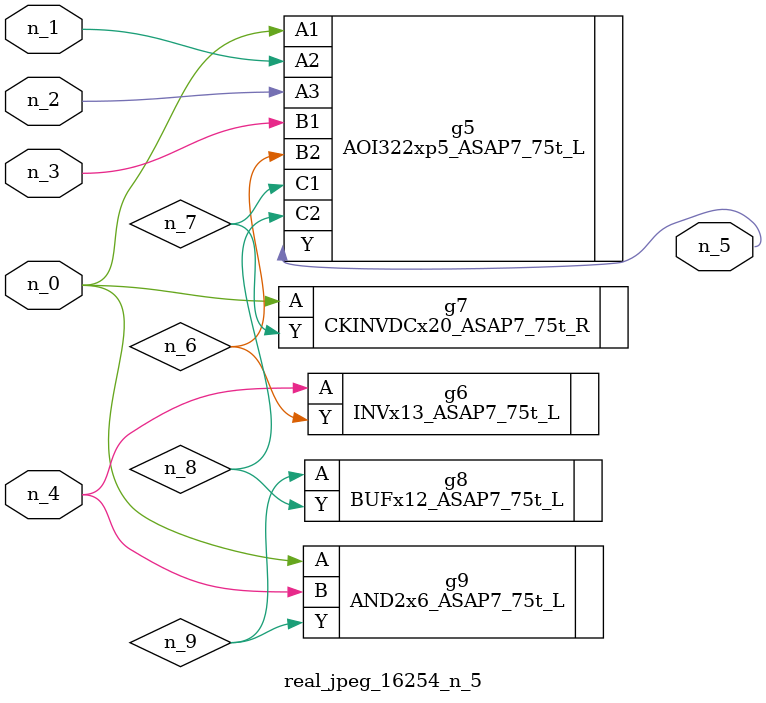
<source format=v>
module real_jpeg_16254_n_5 (n_4, n_0, n_1, n_2, n_3, n_5);

input n_4;
input n_0;
input n_1;
input n_2;
input n_3;

output n_5;

wire n_8;
wire n_6;
wire n_7;
wire n_9;

AOI322xp5_ASAP7_75t_L g5 ( 
.A1(n_0),
.A2(n_1),
.A3(n_2),
.B1(n_3),
.B2(n_6),
.C1(n_7),
.C2(n_8),
.Y(n_5)
);

CKINVDCx20_ASAP7_75t_R g7 ( 
.A(n_0),
.Y(n_7)
);

AND2x6_ASAP7_75t_L g9 ( 
.A(n_0),
.B(n_4),
.Y(n_9)
);

INVx13_ASAP7_75t_L g6 ( 
.A(n_4),
.Y(n_6)
);

BUFx12_ASAP7_75t_L g8 ( 
.A(n_9),
.Y(n_8)
);


endmodule
</source>
